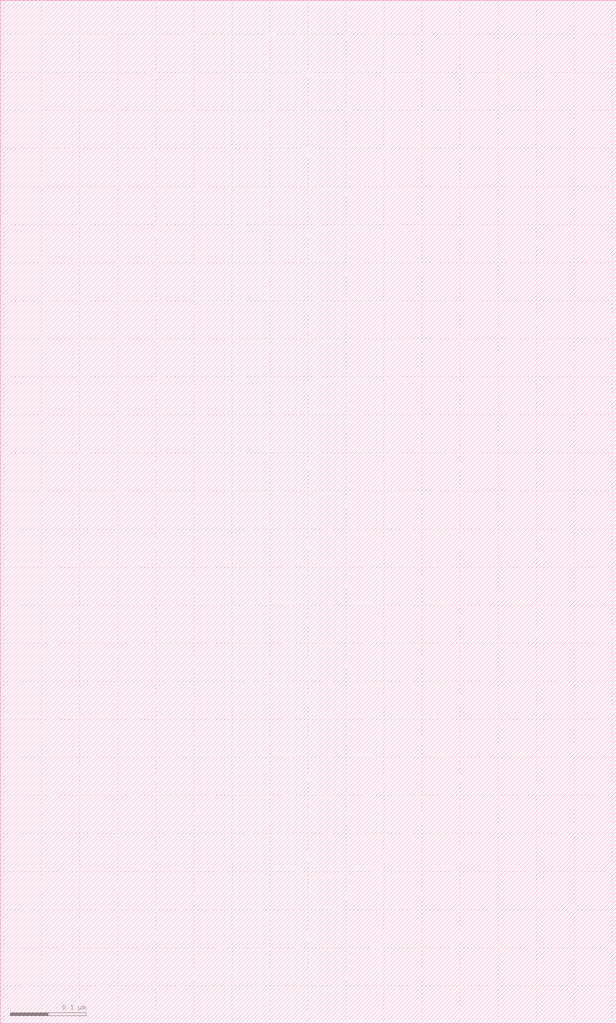
<source format=lef>
# Copyright 2020 The SkyWater PDK Authors
#
# Licensed under the Apache License, Version 2.0 (the "License");
# you may not use this file except in compliance with the License.
# You may obtain a copy of the License at
#
#     https://www.apache.org/licenses/LICENSE-2.0
#
# Unless required by applicable law or agreed to in writing, software
# distributed under the License is distributed on an "AS IS" BASIS,
# WITHOUT WARRANTIES OR CONDITIONS OF ANY KIND, either express or implied.
# See the License for the specific language governing permissions and
# limitations under the License.
#
# SPDX-License-Identifier: Apache-2.0

VERSION 5.7 ;
  NOWIREEXTENSIONATPIN ON ;
  DIVIDERCHAR "/" ;
  BUSBITCHARS "[]" ;
MACRO sky130_fd_bd_sram__sram_dp_wls_p1m_siz
  CLASS BLOCK ;
  FOREIGN sky130_fd_bd_sram__sram_dp_wls_p1m_siz ;
  ORIGIN  0.405000  0.000000 ;
  SIZE  0.810000 BY  1.345000 ;
END sky130_fd_bd_sram__sram_dp_wls_p1m_siz
END LIBRARY

</source>
